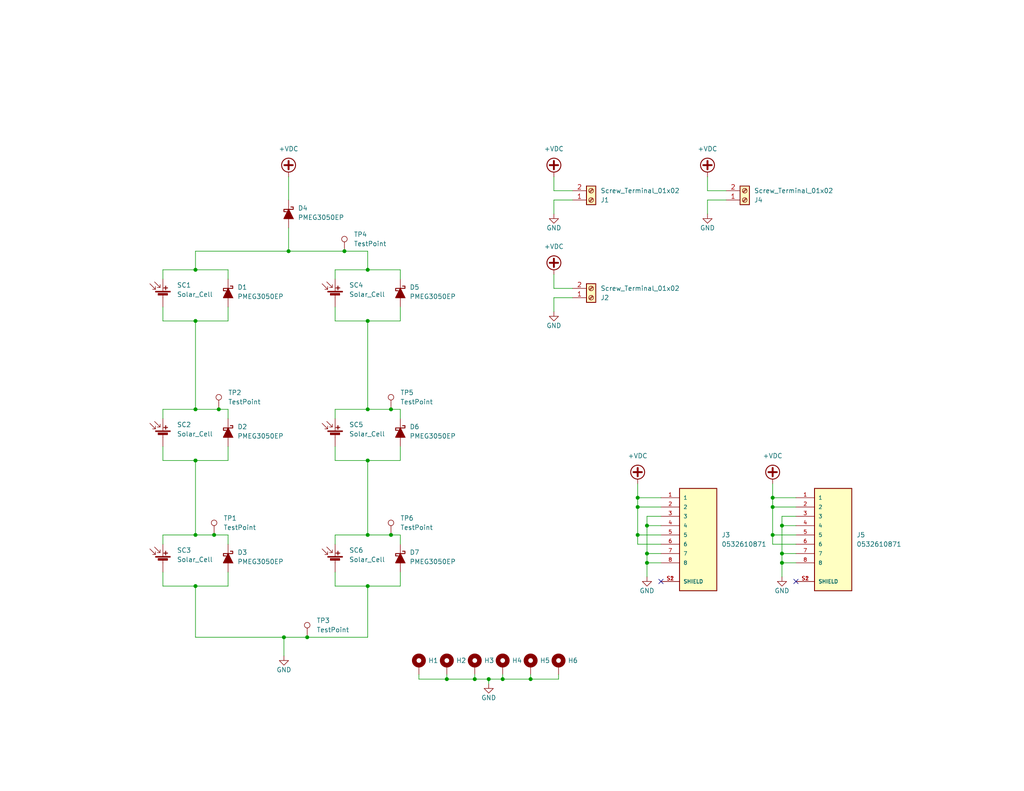
<source format=kicad_sch>
(kicad_sch (version 20230121) (generator eeschema)
  (paper "USLetter")
  (lib_symbols
    (symbol "CTS-SAT-1_Solar_Panels_Symbol_Library:0532610871" (pin_names (offset 1.016))
      (property "Reference" "J" (at -5.08 16.002 0))
      (property "Value" "0532610871" (at -5.08 -15.24 0))
      (symbol "0532610871_0_0"
        (rectangle (start -5.08 15.24) (end 5.08 -12.7) (stroke (width 0.254)) (fill (type background)))
        (pin passive line (at -10.16 12.7 0) (length 5.08) (name "1") (number "1"))
        (pin passive line (at -10.16 10.16 0) (length 5.08) (name "2") (number "2"))
        (pin passive line (at -10.16 7.62 0) (length 5.08) (name "3") (number "3"))
        (pin passive line (at -10.16 5.08 0) (length 5.08) (name "4") (number "4"))
        (pin passive line (at -10.16 2.54 0) (length 5.08) (name "5") (number "5"))
        (pin passive line (at -10.16 0 0) (length 5.08) (name "6") (number "6"))
        (pin passive line (at -10.16 -2.54 0) (length 5.08) (name "7") (number "7"))
        (pin passive line (at -10.16 -5.08 0) (length 5.08) (name "8") (number "8"))
        (pin passive line (at -10.16 -10.16 0) (length 5.08) (name "SHIELD") (number "S1"))
        (pin passive line (at -10.16 -10.16 0) (length 5.08) (name "SHIELD") (number "S2"))
      )
    )
    (symbol "Connector:Screw_Terminal_01x02" (pin_names (offset 1.016) hide)
      (property "Reference" "J" (at 0 2.54 0))
      (property "Value" "Screw_Terminal_01x02" (at 0 -5.08 0))
      (symbol "Screw_Terminal_01x02_1_1"
        (rectangle (start -1.27 1.27) (end 1.27 -3.81) (stroke (width 0.254)) (fill (type background)))
        (circle (center 0 -2.54) (radius 0.635) (stroke (width 0.1524)))
        (polyline (pts (xy -0.5334 -2.2098) (xy 0.3302 -3.048)) (stroke (width 0.1524)))
        (polyline (pts (xy -0.5334 0.3302) (xy 0.3302 -0.508)) (stroke (width 0.1524)))
        (polyline (pts (xy -0.3556 -2.032) (xy 0.508 -2.8702)) (stroke (width 0.1524)))
        (polyline (pts (xy -0.3556 0.508) (xy 0.508 -0.3302)) (stroke (width 0.1524)))
        (circle (center 0 0) (radius 0.635) (stroke (width 0.1524)))
        (pin passive line (at -5.08 0 0) (length 3.81) (name "Pin_1") (number "1"))
        (pin passive line (at -5.08 -2.54 0) (length 3.81) (name "Pin_2") (number "2"))
      )
    )
    (symbol "Connector:TestPoint" (pin_numbers hide) (pin_names (offset 0.762) hide)
      (property "Reference" "TP" (at 0 6.858 0))
      (property "Value" "TestPoint" (at 0 5.08 0))
      (symbol "TestPoint_0_1"
        (circle (center 0 3.302) (radius 0.762))
      )
      (symbol "TestPoint_1_1"
        (pin passive line (at 0 0 90) (length 2.54) (name "1") (number "1"))
      )
    )
    (symbol "Device:Solar_Cell" (pin_numbers hide) (pin_names (offset 0) hide)
      (property "Reference" "SC" (at 2.54 2.54 0))
      (property "Value" "Solar_Cell" (at 2.54 0 0))
      (symbol "Solar_Cell_0_1"
        (rectangle (start -2.032 1.778) (end 2.032 1.524) (fill (type outline)))
        (rectangle (start -1.3208 1.1938) (end 1.27 0.6858) (fill (type outline)))
        (polyline (pts (xy -2.032 2.286) (xy -3.556 3.81)))
        (polyline (pts (xy -0.762 2.794) (xy -2.286 4.318)))
        (polyline (pts (xy 0 0.762) (xy 0 0)))
        (polyline (pts (xy 0 1.778) (xy 0 2.54)))
        (polyline (pts (xy 0.254 2.667) (xy 1.27 2.667)) (stroke (width 0.254)))
        (polyline (pts (xy 0.762 3.175) (xy 0.762 2.159)) (stroke (width 0.254)))
        (polyline (pts (xy -2.032 3.048) (xy -2.032 2.286) (xy -2.794 2.286)))
        (polyline (pts (xy -0.762 3.556) (xy -0.762 2.794) (xy -1.524 2.794)))
      )
      (symbol "Solar_Cell_1_1"
        (pin passive line (at 0 5.08 270) (length 2.54) (name "+") (number "1"))
        (pin passive line (at 0 -2.54 90) (length 2.54) (name "-") (number "2"))
      )
    )
    (symbol "Mechanical:MountingHole_Pad" (pin_numbers hide) (pin_names (offset 1.016) hide)
      (property "Reference" "H" (at 0 6.35 0))
      (property "Value" "MountingHole_Pad" (at 0 4.445 0))
      (symbol "MountingHole_Pad_0_1"
        (circle (center 0 1.27) (radius 1.27) (stroke (width 1.27)))
      )
      (symbol "MountingHole_Pad_1_1"
        (pin input line (at 0 -2.54 90) (length 2.54) (name "1") (number "1"))
      )
    )
    (symbol "PCM_Diode_Schottky_AKL:PMEG3050EP" (pin_numbers hide) (pin_names (offset 1.016) hide)
      (property "Reference" "D" (at 0 5.08 0))
      (property "Value" "PMEG3050EP" (at 0 2.54 0))
      (symbol "PMEG3050EP_0_1"
        (polyline (pts (xy -1.27 0) (xy 1.27 0)))
        (polyline (pts (xy -1.27 -1.27) (xy -1.27 1.27) (xy 1.27 0) (xy -1.27 -1.27)) (stroke (width 0.254)) (fill (type outline)))
        (polyline (pts (xy 1.905 -0.635) (xy 1.905 -1.27) (xy 1.27 -1.27) (xy 1.27 1.27) (xy 0.635 1.27) (xy 0.635 0.635)) (stroke (width 0.254)))
      )
      (symbol "PMEG3050EP_1_1"
        (pin passive line (at 3.81 0 180) (length 2.54) (name "K") (number "1"))
        (pin passive line (at -3.81 0 0) (length 2.54) (name "A") (number "2"))
      )
    )
    (symbol "power:+VDC" (power) (pin_names (offset 0))
      (property "Value" "+VDC" (at 0 6.35 0))
      (symbol "+VDC_0_1"
        (polyline (pts (xy -1.143 3.175) (xy 1.143 3.175)) (stroke (width 0.508)))
        (polyline (pts (xy 0 0) (xy 0 1.27)))
        (polyline (pts (xy 0 2.032) (xy 0 4.318)) (stroke (width 0.508)))
        (circle (center 0 3.175) (radius 1.905) (stroke (width 0.254)))
      )
      (symbol "+VDC_1_1"
        (pin power_in line (at 0 0 90) (length 0) hide (name "+VDC") (number "1"))
      )
    )
    (symbol "power:GND" (power) (pin_names (offset 0))
      (property "Value" "GND" (at 0 -3.81 0))
      (symbol "GND_0_1"
        (polyline (pts (xy 0 0) (xy 0 -1.27) (xy 1.27 -1.27) (xy 0 -2.54) (xy -1.27 -1.27) (xy 0 -1.27)))
      )
      (symbol "GND_1_1"
        (pin power_in line (at 0 0 270) (length 0) hide (name "GND") (number "1"))
      )
    )
  )
  (junction (at 210.82 138.43))
  (junction (at 59.69 111.76))
  (junction (at 133.35 185.42))
  (junction (at 100.33 125.73))
  (junction (at 53.34 73.66))
  (junction (at 53.34 160.02))
  (junction (at 213.36 153.67))
  (junction (at 100.33 146.05))
  (junction (at 129.54 185.42))
  (junction (at 58.42 146.05))
  (junction (at 173.99 146.05))
  (junction (at 53.34 125.73))
  (junction (at 78.74 68.58))
  (junction (at 173.99 138.43))
  (junction (at 176.53 151.13))
  (junction (at 213.36 151.13))
  (junction (at 106.68 111.76))
  (junction (at 53.34 111.76))
  (junction (at 100.33 111.76))
  (junction (at 100.33 160.02))
  (junction (at 176.53 143.51))
  (junction (at 210.82 146.05))
  (junction (at 173.99 135.89))
  (junction (at 100.33 73.66))
  (junction (at 213.36 143.51))
  (junction (at 93.98 68.58))
  (junction (at 106.68 146.05))
  (junction (at 121.92 185.42))
  (junction (at 100.33 87.63))
  (junction (at 176.53 153.67))
  (junction (at 144.78 185.42))
  (junction (at 137.16 185.42))
  (junction (at 77.47 173.99))
  (junction (at 83.82 173.99))
  (junction (at 53.34 146.05))
  (junction (at 53.34 87.63))
  (junction (at 210.82 135.89))
  (no_connect (at 217.17 158.75))
  (no_connect (at 180.34 158.75))
  (wire (pts (xy 78.74 48.26) (xy 78.74 54.61)))
  (wire (pts (xy 100.33 73.66) (xy 109.22 73.66)))
  (wire (pts (xy 109.22 73.66) (xy 109.22 76.2)))
  (wire (pts (xy 137.16 185.42) (xy 144.78 185.42)))
  (wire (pts (xy 91.44 83.82) (xy 91.44 87.63)))
  (wire (pts (xy 133.35 185.42) (xy 137.16 185.42)))
  (wire (pts (xy 180.34 148.59) (xy 173.99 148.59)))
  (wire (pts (xy 180.34 138.43) (xy 173.99 138.43)))
  (wire (pts (xy 91.44 148.59) (xy 91.44 146.05)))
  (wire (pts (xy 44.45 125.73) (xy 53.34 125.73)))
  (wire (pts (xy 210.82 132.08) (xy 210.82 135.89)))
  (wire (pts (xy 151.13 54.61) (xy 156.21 54.61)))
  (wire (pts (xy 210.82 146.05) (xy 210.82 138.43)))
  (wire (pts (xy 121.92 184.15) (xy 121.92 185.42)))
  (wire (pts (xy 44.45 156.21) (xy 44.45 160.02)))
  (wire (pts (xy 91.44 156.21) (xy 91.44 160.02)))
  (wire (pts (xy 109.22 111.76) (xy 109.22 114.3)))
  (wire (pts (xy 91.44 111.76) (xy 100.33 111.76)))
  (wire (pts (xy 133.35 185.42) (xy 129.54 185.42)))
  (wire (pts (xy 152.4 184.15) (xy 152.4 185.42)))
  (wire (pts (xy 210.82 135.89) (xy 217.17 135.89)))
  (wire (pts (xy 44.45 73.66) (xy 53.34 73.66)))
  (wire (pts (xy 100.33 160.02) (xy 100.33 173.99)))
  (wire (pts (xy 93.98 68.58) (xy 100.33 68.58)))
  (wire (pts (xy 53.34 173.99) (xy 77.47 173.99)))
  (wire (pts (xy 100.33 125.73) (xy 109.22 125.73)))
  (wire (pts (xy 44.45 111.76) (xy 53.34 111.76)))
  (wire (pts (xy 151.13 74.93) (xy 151.13 78.74)))
  (wire (pts (xy 151.13 58.42) (xy 151.13 54.61)))
  (wire (pts (xy 173.99 132.08) (xy 173.99 135.89)))
  (wire (pts (xy 77.47 173.99) (xy 77.47 179.07)))
  (wire (pts (xy 217.17 146.05) (xy 210.82 146.05)))
  (wire (pts (xy 53.34 68.58) (xy 53.34 73.66)))
  (wire (pts (xy 100.33 160.02) (xy 109.22 160.02)))
  (wire (pts (xy 91.44 87.63) (xy 100.33 87.63)))
  (wire (pts (xy 44.45 121.92) (xy 44.45 125.73)))
  (wire (pts (xy 44.45 83.82) (xy 44.45 87.63)))
  (wire (pts (xy 129.54 184.15) (xy 129.54 185.42)))
  (wire (pts (xy 176.53 143.51) (xy 180.34 143.51)))
  (wire (pts (xy 193.04 52.07) (xy 198.12 52.07)))
  (wire (pts (xy 193.04 54.61) (xy 198.12 54.61)))
  (wire (pts (xy 176.53 153.67) (xy 180.34 153.67)))
  (wire (pts (xy 58.42 146.05) (xy 62.23 146.05)))
  (wire (pts (xy 217.17 138.43) (xy 210.82 138.43)))
  (wire (pts (xy 100.33 125.73) (xy 100.33 146.05)))
  (wire (pts (xy 114.3 185.42) (xy 114.3 184.15)))
  (wire (pts (xy 180.34 140.97) (xy 176.53 140.97)))
  (wire (pts (xy 106.68 146.05) (xy 109.22 146.05)))
  (wire (pts (xy 44.45 148.59) (xy 44.45 146.05)))
  (wire (pts (xy 62.23 156.21) (xy 62.23 160.02)))
  (wire (pts (xy 217.17 151.13) (xy 213.36 151.13)))
  (wire (pts (xy 91.44 73.66) (xy 100.33 73.66)))
  (wire (pts (xy 62.23 121.92) (xy 62.23 125.73)))
  (wire (pts (xy 210.82 148.59) (xy 210.82 146.05)))
  (wire (pts (xy 53.34 125.73) (xy 62.23 125.73)))
  (wire (pts (xy 213.36 143.51) (xy 213.36 151.13)))
  (wire (pts (xy 109.22 146.05) (xy 109.22 148.59)))
  (wire (pts (xy 137.16 184.15) (xy 137.16 185.42)))
  (wire (pts (xy 151.13 78.74) (xy 156.21 78.74)))
  (wire (pts (xy 213.36 153.67) (xy 213.36 157.48)))
  (wire (pts (xy 53.34 87.63) (xy 53.34 111.76)))
  (wire (pts (xy 173.99 135.89) (xy 180.34 135.89)))
  (wire (pts (xy 217.17 140.97) (xy 213.36 140.97)))
  (wire (pts (xy 62.23 111.76) (xy 62.23 114.3)))
  (wire (pts (xy 173.99 148.59) (xy 173.99 146.05)))
  (wire (pts (xy 217.17 148.59) (xy 210.82 148.59)))
  (wire (pts (xy 44.45 87.63) (xy 53.34 87.63)))
  (wire (pts (xy 176.53 143.51) (xy 176.53 151.13)))
  (wire (pts (xy 151.13 48.26) (xy 151.13 52.07)))
  (wire (pts (xy 210.82 135.89) (xy 210.82 138.43)))
  (wire (pts (xy 91.44 76.2) (xy 91.44 73.66)))
  (wire (pts (xy 109.22 83.82) (xy 109.22 87.63)))
  (wire (pts (xy 193.04 58.42) (xy 193.04 54.61)))
  (wire (pts (xy 53.34 146.05) (xy 58.42 146.05)))
  (wire (pts (xy 176.53 151.13) (xy 176.53 153.67)))
  (wire (pts (xy 44.45 114.3) (xy 44.45 111.76)))
  (wire (pts (xy 151.13 52.07) (xy 156.21 52.07)))
  (wire (pts (xy 91.44 160.02) (xy 100.33 160.02)))
  (wire (pts (xy 53.34 160.02) (xy 53.34 173.99)))
  (wire (pts (xy 44.45 160.02) (xy 53.34 160.02)))
  (wire (pts (xy 91.44 121.92) (xy 91.44 125.73)))
  (wire (pts (xy 173.99 146.05) (xy 173.99 138.43)))
  (wire (pts (xy 59.69 111.76) (xy 62.23 111.76)))
  (wire (pts (xy 213.36 143.51) (xy 217.17 143.51)))
  (wire (pts (xy 62.23 73.66) (xy 62.23 76.2)))
  (wire (pts (xy 173.99 135.89) (xy 173.99 138.43)))
  (wire (pts (xy 100.33 146.05) (xy 106.68 146.05)))
  (wire (pts (xy 213.36 151.13) (xy 213.36 153.67)))
  (wire (pts (xy 121.92 185.42) (xy 114.3 185.42)))
  (wire (pts (xy 53.34 68.58) (xy 78.74 68.58)))
  (wire (pts (xy 151.13 81.28) (xy 156.21 81.28)))
  (wire (pts (xy 62.23 83.82) (xy 62.23 87.63)))
  (wire (pts (xy 91.44 125.73) (xy 100.33 125.73)))
  (wire (pts (xy 151.13 85.09) (xy 151.13 81.28)))
  (wire (pts (xy 109.22 156.21) (xy 109.22 160.02)))
  (wire (pts (xy 176.53 140.97) (xy 176.53 143.51)))
  (wire (pts (xy 213.36 153.67) (xy 217.17 153.67)))
  (wire (pts (xy 83.82 173.99) (xy 77.47 173.99)))
  (wire (pts (xy 100.33 87.63) (xy 100.33 111.76)))
  (wire (pts (xy 176.53 153.67) (xy 176.53 157.48)))
  (wire (pts (xy 53.34 125.73) (xy 53.34 146.05)))
  (wire (pts (xy 180.34 151.13) (xy 176.53 151.13)))
  (wire (pts (xy 91.44 114.3) (xy 91.44 111.76)))
  (wire (pts (xy 78.74 68.58) (xy 93.98 68.58)))
  (wire (pts (xy 144.78 184.15) (xy 144.78 185.42)))
  (wire (pts (xy 100.33 68.58) (xy 100.33 73.66)))
  (wire (pts (xy 53.34 73.66) (xy 62.23 73.66)))
  (wire (pts (xy 44.45 146.05) (xy 53.34 146.05)))
  (wire (pts (xy 91.44 146.05) (xy 100.33 146.05)))
  (wire (pts (xy 53.34 160.02) (xy 62.23 160.02)))
  (wire (pts (xy 213.36 140.97) (xy 213.36 143.51)))
  (wire (pts (xy 100.33 173.99) (xy 83.82 173.99)))
  (wire (pts (xy 53.34 111.76) (xy 59.69 111.76)))
  (wire (pts (xy 144.78 185.42) (xy 152.4 185.42)))
  (wire (pts (xy 109.22 121.92) (xy 109.22 125.73)))
  (wire (pts (xy 133.35 186.69) (xy 133.35 185.42)))
  (wire (pts (xy 78.74 62.23) (xy 78.74 68.58)))
  (wire (pts (xy 180.34 146.05) (xy 173.99 146.05)))
  (wire (pts (xy 53.34 87.63) (xy 62.23 87.63)))
  (wire (pts (xy 106.68 111.76) (xy 109.22 111.76)))
  (wire (pts (xy 129.54 185.42) (xy 121.92 185.42)))
  (wire (pts (xy 193.04 48.26) (xy 193.04 52.07)))
  (wire (pts (xy 100.33 111.76) (xy 106.68 111.76)))
  (wire (pts (xy 44.45 76.2) (xy 44.45 73.66)))
  (wire (pts (xy 62.23 146.05) (xy 62.23 148.59)))
  (wire (pts (xy 100.33 87.63) (xy 109.22 87.63)))
  (symbol (lib_id "Device:Solar_Cell") (at 44.45 119.38 0) (unit 1)
    (property "Reference" "SC2" (at 48.26 115.951 0) (effects (justify left)))
    (property "Value" "Solar_Cell" (at 48.26 118.491 0) (effects (justify left)))
    (property "Footprint" "CTS-SAT-1_Solar_Panels_Symbol_Library:Shyim_Cell" (effects hide))
  )
  (symbol (lib_id "power:+VDC") (at 210.82 132.08 0) (unit 1)
    (property "Reference" "#PWR011" (effects hide))
    (property "Value" "+VDC" (at 210.82 124.46 0))
  )
  (symbol (lib_id "Connector:TestPoint") (at 58.42 146.05 0) (unit 1)
    (property "Reference" "TP1" (at 60.96 141.478 0) (effects (justify left)))
    (property "Value" "TestPoint" (at 60.96 144.018 0) (effects (justify left)))
    (property "Footprint" "TestPoint:TestPoint_Pad_D4.0mm" (effects hide))
  )
  (symbol (lib_id "Device:Solar_Cell") (at 91.44 119.38 0) (unit 1)
    (property "Reference" "SC5" (at 95.25 115.951 0) (effects (justify left)))
    (property "Value" "Solar_Cell" (at 95.25 118.491 0) (effects (justify left)))
    (property "Footprint" "CTS-SAT-1_Solar_Panels_Symbol_Library:Shyim_Cell" (effects hide))
  )
  (symbol (lib_id "PCM_Diode_Schottky_AKL:PMEG3050EP") (at 62.23 118.11 90) (unit 1)
    (property "Reference" "D2" (at 64.77 116.5225 90) (effects (justify right)))
    (property "Value" "PMEG3050EP" (at 64.77 119.0625 90) (effects (justify right)))
    (property "Footprint" "Diode_SMD:D_SOD-128" (effects hide))
    (property "Datasheet" "https://www.tme.eu/Document/d18162d368b94158fd3880cf92b41e44/PMEG3050EP.115.pdf" (effects hide))
  )
  (symbol (lib_id "power:GND") (at 133.35 186.69 0) (unit 1)
    (property "Reference" "#PWR013" (effects hide))
    (property "Value" "GND" (at 133.35 190.5 0))
  )
  (symbol (lib_id "Connector:TestPoint") (at 59.69 111.76 0) (unit 1)
    (property "Reference" "TP2" (at 62.23 107.188 0) (effects (justify left)))
    (property "Value" "TestPoint" (at 62.23 109.728 0) (effects (justify left)))
    (property "Footprint" "TestPoint:TestPoint_Pad_D4.0mm" (effects hide))
  )
  (symbol (lib_id "power:GND") (at 176.53 157.48 0) (unit 1)
    (property "Reference" "#PWR08" (effects hide))
    (property "Value" "GND" (at 176.53 161.29 0))
  )
  (symbol (lib_id "Device:Solar_Cell") (at 91.44 81.28 0) (unit 1)
    (property "Reference" "SC4" (at 95.25 77.851 0) (effects (justify left)))
    (property "Value" "Solar_Cell" (at 95.25 80.391 0) (effects (justify left)))
    (property "Footprint" "CTS-SAT-1_Solar_Panels_Symbol_Library:Shyim_Cell" (effects hide))
  )
  (symbol (lib_id "Connector:TestPoint") (at 106.68 146.05 0) (unit 1)
    (property "Reference" "TP6" (at 109.22 141.478 0) (effects (justify left)))
    (property "Value" "TestPoint" (at 109.22 144.018 0) (effects (justify left)))
    (property "Footprint" "TestPoint:TestPoint_Pad_D4.0mm" (effects hide))
  )
  (symbol (lib_id "CTS-SAT-1_Solar_Panels_Symbol_Library:0532610871") (at 227.33 148.59 0) (unit 1)
    (property "Reference" "J5" (at 233.68 146.05 0) (effects (justify left)))
    (property "Value" "0532610871" (at 233.68 148.59 0) (effects (justify left)))
    (property "Footprint" "CTS-SAT-1_Solar_Panels_Symbol_Library:MOLEX_0532610871" (effects hide))
    (property "MF" "Molex" (effects hide))
    (property "MAXIMUM_PACKAGE_HEIGHT" "3.4mm" (effects hide))
    (property "Package" "None" (effects hide))
    (property "Price" "None" (effects hide))
    (property "Check_prices" "https://www.snapeda.com/parts/0532610871/Molex/view-part/?ref=eda" (effects hide))
    (property "STANDARD" "Manufacturer Recommendations" (effects hide))
    (property "PARTREV" "J" (effects hide))
    (property "SnapEDA_Link" "https://www.snapeda.com/parts/0532610871/Molex/view-part/?ref=snap" (effects hide))
    (property "MP" "0532610871" (effects hide))
    (property "Purchase-URL" "https://pricing.snapeda.com/search?q=0532610871&ref=eda" (effects hide))
    (property "Description" "\nPicoblade Connector, 8 Circuit Single Row, Right Angle Surface Mount SMT PCB\n" (effects hide))
    (property "Availability" "In Stock" (effects hide))
    (property "MANUFACTURER" "Molex" (effects hide))
  )
  (symbol (lib_id "CTS-SAT-1_Solar_Panels_Symbol_Library:0532610871") (at 190.5 148.59 0) (unit 1)
    (property "Reference" "J3" (at 196.85 146.05 0) (effects (justify left)))
    (property "Value" "0532610871" (at 196.85 148.59 0) (effects (justify left)))
    (property "Footprint" "CTS-SAT-1_Solar_Panels_Symbol_Library:MOLEX_0532610871" (effects hide))
    (property "MF" "Molex" (effects hide))
    (property "MAXIMUM_PACKAGE_HEIGHT" "3.4mm" (effects hide))
    (property "Package" "None" (effects hide))
    (property "Price" "None" (effects hide))
    (property "Check_prices" "https://www.snapeda.com/parts/0532610871/Molex/view-part/?ref=eda" (effects hide))
    (property "STANDARD" "Manufacturer Recommendations" (effects hide))
    (property "PARTREV" "J" (effects hide))
    (property "SnapEDA_Link" "https://www.snapeda.com/parts/0532610871/Molex/view-part/?ref=snap" (effects hide))
    (property "MP" "0532610871" (effects hide))
    (property "Purchase-URL" "https://pricing.snapeda.com/search?q=0532610871&ref=eda" (effects hide))
    (property "Description" "\nPicoblade Connector, 8 Circuit Single Row, Right Angle Surface Mount SMT PCB\n" (effects hide))
    (property "Availability" "In Stock" (effects hide))
    (property "MANUFACTURER" "Molex" (effects hide))
  )
  (symbol (lib_id "Connector:TestPoint") (at 83.82 173.99 0) (unit 1)
    (property "Reference" "TP3" (at 86.36 169.418 0) (effects (justify left)))
    (property "Value" "TestPoint" (at 86.36 171.958 0) (effects (justify left)))
    (property "Footprint" "TestPoint:TestPoint_Pad_D4.0mm" (effects hide))
  )
  (symbol (lib_id "power:GND") (at 193.04 58.42 0) (unit 1)
    (property "Reference" "#PWR010" (effects hide))
    (property "Value" "GND" (at 193.04 62.23 0))
  )
  (symbol (lib_id "Connector:Screw_Terminal_01x02") (at 161.29 81.28 0) (mirror x) (unit 1)
    (property "Reference" "J2" (at 163.83 81.28 0) (effects (justify left)))
    (property "Value" "Screw_Terminal_01x02" (at 163.83 78.74 0) (effects (justify left)))
    (property "Footprint" "TerminalBlock:TerminalBlock_bornier-2_P5.08mm" (effects hide))
  )
  (symbol (lib_id "power:+VDC") (at 193.04 48.26 0) (unit 1)
    (property "Reference" "#PWR09" (effects hide))
    (property "Value" "+VDC" (at 193.04 40.64 0))
  )
  (symbol (lib_id "power:+VDC") (at 173.99 132.08 0) (unit 1)
    (property "Reference" "#PWR07" (effects hide))
    (property "Value" "+VDC" (at 173.99 124.46 0))
  )
  (symbol (lib_id "Connector:TestPoint") (at 106.68 111.76 0) (unit 1)
    (property "Reference" "TP5" (at 109.22 107.188 0) (effects (justify left)))
    (property "Value" "TestPoint" (at 109.22 109.728 0) (effects (justify left)))
    (property "Footprint" "TestPoint:TestPoint_Pad_D4.0mm" (effects hide))
  )
  (symbol (lib_id "power:+VDC") (at 78.74 48.26 0) (unit 1)
    (property "Reference" "#PWR02" (effects hide))
    (property "Value" "+VDC" (at 78.74 40.64 0))
  )
  (symbol (lib_id "Mechanical:MountingHole_Pad") (at 121.92 181.61 0) (unit 1)
    (property "Reference" "H2" (at 124.46 180.34 0) (effects (justify left)))
    (property "Value" "MountingHole_Pad" (effects hide))
    (property "Footprint" "MountingHole:MountingHole_3.5mm_Pad" (effects hide))
  )
  (symbol (lib_id "Mechanical:MountingHole_Pad") (at 152.4 181.61 0) (unit 1)
    (property "Reference" "H6" (at 154.94 180.34 0) (effects (justify left)))
    (property "Value" "MountingHole_Pad" (effects hide))
    (property "Footprint" "MountingHole:MountingHole_3.5mm_Pad" (effects hide))
  )
  (symbol (lib_id "power:GND") (at 151.13 85.09 0) (unit 1)
    (property "Reference" "#PWR06" (effects hide))
    (property "Value" "GND" (at 151.13 88.9 0))
  )
  (symbol (lib_id "power:GND") (at 213.36 157.48 0) (unit 1)
    (property "Reference" "#PWR012" (effects hide))
    (property "Value" "GND" (at 213.36 161.29 0))
  )
  (symbol (lib_id "PCM_Diode_Schottky_AKL:PMEG3050EP") (at 62.23 152.4 90) (unit 1)
    (property "Reference" "D3" (at 64.77 150.8125 90) (effects (justify right)))
    (property "Value" "PMEG3050EP" (at 64.77 153.3525 90) (effects (justify right)))
    (property "Footprint" "Diode_SMD:D_SOD-128" (effects hide))
    (property "Datasheet" "https://www.tme.eu/Document/d18162d368b94158fd3880cf92b41e44/PMEG3050EP.115.pdf" (effects hide))
  )
  (symbol (lib_id "Mechanical:MountingHole_Pad") (at 129.54 181.61 0) (unit 1)
    (property "Reference" "H3" (at 132.08 180.34 0) (effects (justify left)))
    (property "Value" "MountingHole_Pad" (effects hide))
    (property "Footprint" "MountingHole:MountingHole_3.5mm_Pad" (effects hide))
  )
  (symbol (lib_id "power:GND") (at 77.47 179.07 0) (unit 1)
    (property "Reference" "#PWR01" (effects hide))
    (property "Value" "GND" (at 77.47 182.88 0))
  )
  (symbol (lib_id "Connector:TestPoint") (at 93.98 68.58 0) (unit 1)
    (property "Reference" "TP4" (at 96.52 64.008 0) (effects (justify left)))
    (property "Value" "TestPoint" (at 96.52 66.548 0) (effects (justify left)))
    (property "Footprint" "TestPoint:TestPoint_Pad_D4.0mm" (effects hide))
  )
  (symbol (lib_id "PCM_Diode_Schottky_AKL:PMEG3050EP") (at 109.22 152.4 90) (unit 1)
    (property "Reference" "D7" (at 111.76 150.8125 90) (effects (justify right)))
    (property "Value" "PMEG3050EP" (at 111.76 153.3525 90) (effects (justify right)))
    (property "Footprint" "Diode_SMD:D_SOD-128" (effects hide))
    (property "Datasheet" "https://www.tme.eu/Document/d18162d368b94158fd3880cf92b41e44/PMEG3050EP.115.pdf" (effects hide))
  )
  (symbol (lib_id "power:+VDC") (at 151.13 48.26 0) (unit 1)
    (property "Reference" "#PWR03" (effects hide))
    (property "Value" "+VDC" (at 151.13 40.64 0))
  )
  (symbol (lib_id "Connector:Screw_Terminal_01x02") (at 161.29 54.61 0) (mirror x) (unit 1)
    (property "Reference" "J1" (at 163.83 54.61 0) (effects (justify left)))
    (property "Value" "Screw_Terminal_01x02" (at 163.83 52.07 0) (effects (justify left)))
    (property "Footprint" "TerminalBlock:TerminalBlock_bornier-2_P5.08mm" (effects hide))
  )
  (symbol (lib_id "PCM_Diode_Schottky_AKL:PMEG3050EP") (at 62.23 80.01 90) (unit 1)
    (property "Reference" "D1" (at 64.77 78.4225 90) (effects (justify right)))
    (property "Value" "PMEG3050EP" (at 64.77 80.9625 90) (effects (justify right)))
    (property "Footprint" "Diode_SMD:D_SOD-128" (effects hide))
    (property "Datasheet" "https://www.tme.eu/Document/d18162d368b94158fd3880cf92b41e44/PMEG3050EP.115.pdf" (effects hide))
  )
  (symbol (lib_id "Device:Solar_Cell") (at 91.44 153.67 0) (unit 1)
    (property "Reference" "SC6" (at 95.25 150.241 0) (effects (justify left)))
    (property "Value" "Solar_Cell" (at 95.25 152.781 0) (effects (justify left)))
    (property "Footprint" "CTS-SAT-1_Solar_Panels_Symbol_Library:Shyim_Cell" (effects hide))
  )
  (symbol (lib_id "Mechanical:MountingHole_Pad") (at 144.78 181.61 0) (unit 1)
    (property "Reference" "H5" (at 147.32 180.34 0) (effects (justify left)))
    (property "Value" "MountingHole_Pad" (effects hide))
    (property "Footprint" "MountingHole:MountingHole_3.5mm_Pad" (effects hide))
  )
  (symbol (lib_id "PCM_Diode_Schottky_AKL:PMEG3050EP") (at 109.22 80.01 90) (unit 1)
    (property "Reference" "D5" (at 111.76 78.4225 90) (effects (justify right)))
    (property "Value" "PMEG3050EP" (at 111.76 80.9625 90) (effects (justify right)))
    (property "Footprint" "Diode_SMD:D_SOD-128" (effects hide))
    (property "Datasheet" "https://www.tme.eu/Document/d18162d368b94158fd3880cf92b41e44/PMEG3050EP.115.pdf" (effects hide))
  )
  (symbol (lib_id "power:+VDC") (at 151.13 74.93 0) (unit 1)
    (property "Reference" "#PWR05" (effects hide))
    (property "Value" "+VDC" (at 151.13 67.31 0))
  )
  (symbol (lib_id "PCM_Diode_Schottky_AKL:PMEG3050EP") (at 78.74 58.42 90) (unit 1)
    (property "Reference" "D4" (at 81.28 56.8325 90) (effects (justify right)))
    (property "Value" "PMEG3050EP" (at 81.28 59.3725 90) (effects (justify right)))
    (property "Footprint" "Diode_SMD:D_SOD-128" (effects hide))
    (property "Datasheet" "https://www.tme.eu/Document/d18162d368b94158fd3880cf92b41e44/PMEG3050EP.115.pdf" (effects hide))
  )
  (symbol (lib_id "Connector:Screw_Terminal_01x02") (at 203.2 54.61 0) (mirror x) (unit 1)
    (property "Reference" "J4" (at 205.74 54.61 0) (effects (justify left)))
    (property "Value" "Screw_Terminal_01x02" (at 205.74 52.07 0) (effects (justify left)))
    (property "Footprint" "TerminalBlock:TerminalBlock_bornier-2_P5.08mm" (effects hide))
  )
  (symbol (lib_id "Mechanical:MountingHole_Pad") (at 137.16 181.61 0) (unit 1)
    (property "Reference" "H4" (at 139.7 180.34 0) (effects (justify left)))
    (property "Value" "MountingHole_Pad" (effects hide))
    (property "Footprint" "MountingHole:MountingHole_3.5mm_Pad" (effects hide))
  )
  (symbol (lib_id "Device:Solar_Cell") (at 44.45 153.67 0) (unit 1)
    (property "Reference" "SC3" (at 48.26 150.241 0) (effects (justify left)))
    (property "Value" "Solar_Cell" (at 48.26 152.781 0) (effects (justify left)))
    (property "Footprint" "CTS-SAT-1_Solar_Panels_Symbol_Library:Shyim_Cell" (effects hide))
  )
  (symbol (lib_id "Device:Solar_Cell") (at 44.45 81.28 0) (unit 1)
    (property "Reference" "SC1" (at 48.26 77.851 0) (effects (justify left)))
    (property "Value" "Solar_Cell" (at 48.26 80.391 0) (effects (justify left)))
    (property "Footprint" "CTS-SAT-1_Solar_Panels_Symbol_Library:Shyim_Cell" (effects hide))
  )
  (symbol (lib_id "power:GND") (at 151.13 58.42 0) (unit 1)
    (property "Reference" "#PWR04" (effects hide))
    (property "Value" "GND" (at 151.13 62.23 0))
  )
  (symbol (lib_id "Mechanical:MountingHole_Pad") (at 114.3 181.61 0) (unit 1)
    (property "Reference" "H1" (at 116.84 180.34 0) (effects (justify left)))
    (property "Value" "MountingHole_Pad" (effects hide))
    (property "Footprint" "MountingHole:MountingHole_3.5mm_Pad" (effects hide))
  )
  (symbol (lib_id "PCM_Diode_Schottky_AKL:PMEG3050EP") (at 109.22 118.11 90) (unit 1)
    (property "Reference" "D6" (at 111.76 116.5225 90) (effects (justify right)))
    (property "Value" "PMEG3050EP" (at 111.76 119.0625 90) (effects (justify right)))
    (property "Footprint" "Diode_SMD:D_SOD-128" (effects hide))
    (property "Datasheet" "https://www.tme.eu/Document/d18162d368b94158fd3880cf92b41e44/PMEG3050EP.115.pdf" (effects hide))
  )
)
</source>
